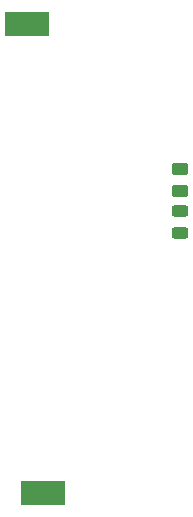
<source format=gbr>
%TF.GenerationSoftware,KiCad,Pcbnew,7.0.8*%
%TF.CreationDate,2024-02-10T10:33:56-08:00*%
%TF.ProjectId,Power Distribution 2023-2024,506f7765-7220-4446-9973-747269627574,rev?*%
%TF.SameCoordinates,Original*%
%TF.FileFunction,Paste,Top*%
%TF.FilePolarity,Positive*%
%FSLAX46Y46*%
G04 Gerber Fmt 4.6, Leading zero omitted, Abs format (unit mm)*
G04 Created by KiCad (PCBNEW 7.0.8) date 2024-02-10 10:33:56*
%MOMM*%
%LPD*%
G01*
G04 APERTURE LIST*
G04 Aperture macros list*
%AMRoundRect*
0 Rectangle with rounded corners*
0 $1 Rounding radius*
0 $2 $3 $4 $5 $6 $7 $8 $9 X,Y pos of 4 corners*
0 Add a 4 corners polygon primitive as box body*
4,1,4,$2,$3,$4,$5,$6,$7,$8,$9,$2,$3,0*
0 Add four circle primitives for the rounded corners*
1,1,$1+$1,$2,$3*
1,1,$1+$1,$4,$5*
1,1,$1+$1,$6,$7*
1,1,$1+$1,$8,$9*
0 Add four rect primitives between the rounded corners*
20,1,$1+$1,$2,$3,$4,$5,0*
20,1,$1+$1,$4,$5,$6,$7,0*
20,1,$1+$1,$6,$7,$8,$9,0*
20,1,$1+$1,$8,$9,$2,$3,0*%
G04 Aperture macros list end*
%ADD10RoundRect,0.250000X0.450000X-0.262500X0.450000X0.262500X-0.450000X0.262500X-0.450000X-0.262500X0*%
%ADD11RoundRect,0.243750X0.456250X-0.243750X0.456250X0.243750X-0.456250X0.243750X-0.456250X-0.243750X0*%
%ADD12R,3.800000X2.000000*%
G04 APERTURE END LIST*
D10*
%TO.C,R4*%
X235604251Y-123939721D03*
X235604251Y-122114721D03*
%TD*%
D11*
%TO.C,D4*%
X235578000Y-127517500D03*
X235578000Y-125642500D03*
%TD*%
D12*
%TO.C,REF\u002A\u002A*%
X222624000Y-109816000D03*
%TD*%
%TO.C,REF\u002A\u002A*%
X224000000Y-149500000D03*
%TD*%
M02*

</source>
